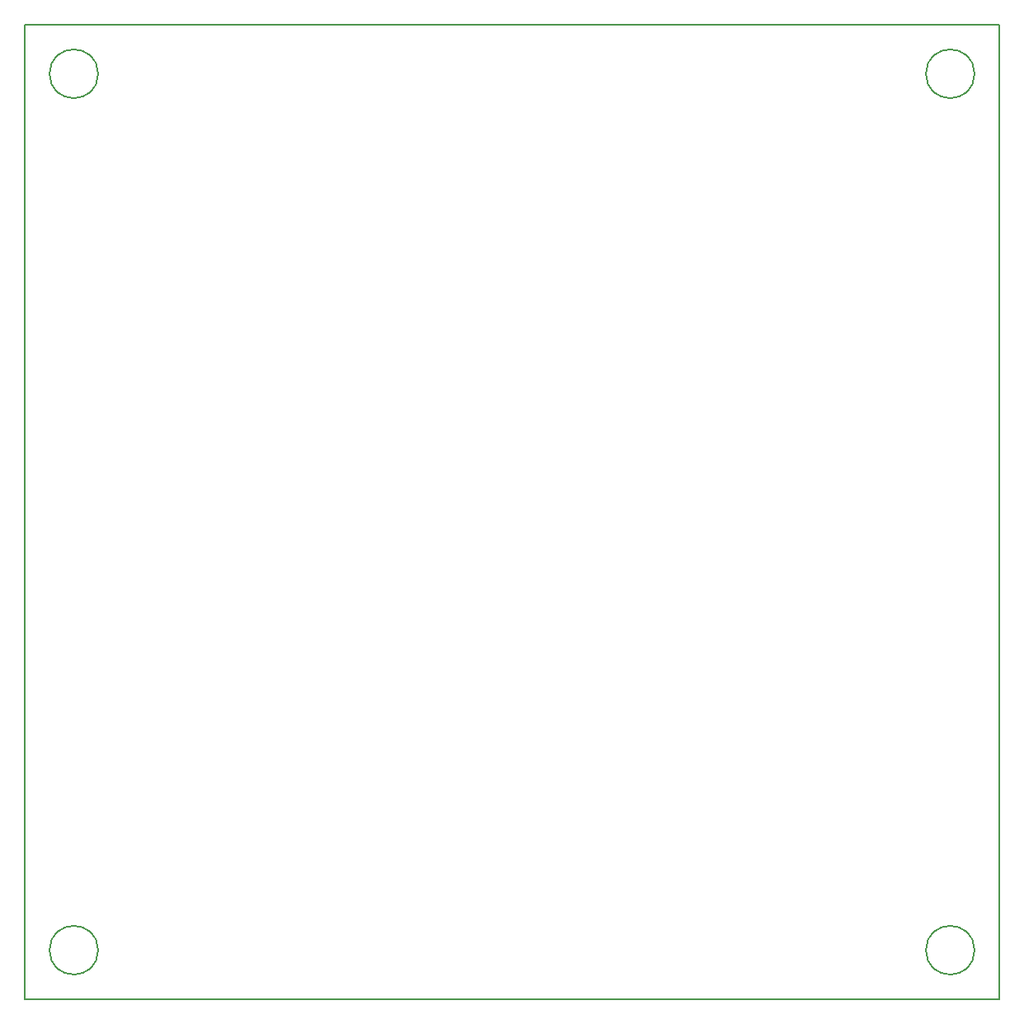
<source format=gbr>
G04 #@! TF.GenerationSoftware,KiCad,Pcbnew,5.0.2+dfsg1-1*
G04 #@! TF.CreationDate,2021-05-05T10:51:01+02:00*
G04 #@! TF.ProjectId,fpga_adda,66706761-5f61-4646-9461-2e6b69636164,rev?*
G04 #@! TF.SameCoordinates,Original*
G04 #@! TF.FileFunction,Profile,NP*
%FSLAX46Y46*%
G04 Gerber Fmt 4.6, Leading zero omitted, Abs format (unit mm)*
G04 Created by KiCad (PCBNEW 5.0.2+dfsg1-1) date Wed 05 May 2021 10:51:01 AM CEST*
%MOMM*%
%LPD*%
G01*
G04 APERTURE LIST*
%ADD10C,0.150000*%
G04 APERTURE END LIST*
D10*
X47100000Y-135000000D02*
G75*
G03X47100000Y-135000000I-2500000J0D01*
G01*
X137100000Y-135000000D02*
G75*
G03X137100000Y-135000000I-2500000J0D01*
G01*
X137100000Y-45000000D02*
G75*
G03X137100000Y-45000000I-2500000J0D01*
G01*
X47100000Y-45000000D02*
G75*
G03X47100000Y-45000000I-2500000J0D01*
G01*
X39600000Y-140000000D02*
X39600000Y-40000000D01*
X139600000Y-140000000D02*
X39600000Y-140000000D01*
X139600000Y-40000000D02*
X139600000Y-140000000D01*
X39600000Y-40000000D02*
X139600000Y-40000000D01*
M02*

</source>
